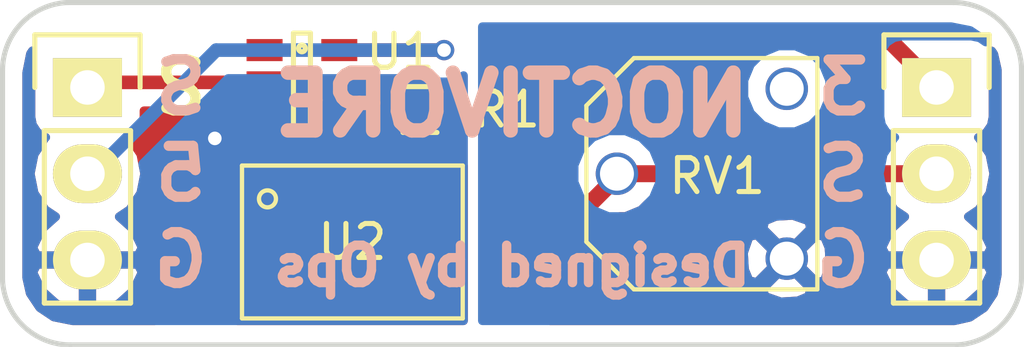
<source format=kicad_pcb>
(kicad_pcb (version 4) (host pcbnew 4.0.2+e4-6225~38~ubuntu15.04.1-stable)

  (general
    (links 10)
    (no_connects 2)
    (area 135.486905 95.775 169.941667 107.655001)
    (thickness 1.6)
    (drawings 17)
    (tracks 22)
    (zones 0)
    (modules 6)
    (nets 10)
  )

  (page A4)
  (title_block
    (date 2016-06-10)
  )

  (layers
    (0 F.Cu signal)
    (31 B.Cu signal)
    (32 B.Adhes user)
    (33 F.Adhes user)
    (34 B.Paste user)
    (35 F.Paste user)
    (36 B.SilkS user)
    (37 F.SilkS user)
    (38 B.Mask user)
    (39 F.Mask user)
    (40 Dwgs.User user)
    (41 Cmts.User user)
    (42 Eco1.User user)
    (43 Eco2.User user)
    (44 Edge.Cuts user)
    (45 Margin user)
    (46 B.CrtYd user)
    (47 F.CrtYd user)
    (48 B.Fab user)
    (49 F.Fab user)
  )

  (setup
    (last_trace_width 0.25)
    (trace_clearance 0.2)
    (zone_clearance 0.508)
    (zone_45_only no)
    (trace_min 0.2)
    (segment_width 0.2)
    (edge_width 0.15)
    (via_size 0.6)
    (via_drill 0.4)
    (via_min_size 0.4)
    (via_min_drill 0.3)
    (uvia_size 0.3)
    (uvia_drill 0.1)
    (uvias_allowed no)
    (uvia_min_size 0.2)
    (uvia_min_drill 0.1)
    (pcb_text_width 0.3)
    (pcb_text_size 1.5 1.5)
    (mod_edge_width 0.15)
    (mod_text_size 1 1)
    (mod_text_width 0.15)
    (pad_size 1.524 1.524)
    (pad_drill 0.762)
    (pad_to_mask_clearance 0.2)
    (aux_axis_origin 0 0)
    (visible_elements FFFFFF7F)
    (pcbplotparams
      (layerselection 0x00030_80000001)
      (usegerberextensions false)
      (excludeedgelayer true)
      (linewidth 0.100000)
      (plotframeref false)
      (viasonmask false)
      (mode 1)
      (useauxorigin false)
      (hpglpennumber 1)
      (hpglpenspeed 20)
      (hpglpendiameter 15)
      (hpglpenoverlay 2)
      (psnegative false)
      (psa4output false)
      (plotreference true)
      (plotvalue true)
      (plotinvisibletext false)
      (padsonsilk false)
      (subtractmaskfromsilk false)
      (outputformat 1)
      (mirror false)
      (drillshape 1)
      (scaleselection 1)
      (outputdirectory ""))
  )

  (net 0 "")
  (net 1 "Net-(P1-Pad1)")
  (net 2 +5V)
  (net 3 GND)
  (net 4 "Net-(R1-Pad1)")
  (net 5 "Net-(R1-Pad2)")
  (net 6 "Net-(RV1-Pad3)")
  (net 7 GNDD)
  (net 8 +3V3)
  (net 9 "Net-(P2-Pad2)")

  (net_class Default "This is the default net class."
    (clearance 0.2)
    (trace_width 0.25)
    (via_dia 0.6)
    (via_drill 0.4)
    (uvia_dia 0.3)
    (uvia_drill 0.1)
    (add_net +3V3)
    (add_net +5V)
    (add_net GND)
    (add_net GNDD)
    (add_net "Net-(P1-Pad1)")
    (add_net "Net-(P2-Pad2)")
    (add_net "Net-(R1-Pad1)")
    (add_net "Net-(R1-Pad2)")
    (add_net "Net-(RV1-Pad3)")
  )

  (module Pin_Headers:Pin_Header_Straight_1x03 (layer F.Cu) (tedit 575B8277) (tstamp 57590A61)
    (at 140 100)
    (descr "Through hole pin header")
    (tags "pin header")
    (path /575241E7)
    (fp_text reference P1 (at 0 -2.5) (layer F.SilkS) hide
      (effects (font (size 1 1) (thickness 0.15)))
    )
    (fp_text value RC_HEADER (at 0 -3.1) (layer F.Fab) hide
      (effects (font (size 1 1) (thickness 0.15)))
    )
    (fp_line (start -1.75 -1.75) (end -1.75 6.85) (layer F.CrtYd) (width 0.05))
    (fp_line (start 1.75 -1.75) (end 1.75 6.85) (layer F.CrtYd) (width 0.05))
    (fp_line (start -1.75 -1.75) (end 1.75 -1.75) (layer F.CrtYd) (width 0.05))
    (fp_line (start -1.75 6.85) (end 1.75 6.85) (layer F.CrtYd) (width 0.05))
    (fp_line (start -1.27 1.27) (end -1.27 6.35) (layer F.SilkS) (width 0.15))
    (fp_line (start -1.27 6.35) (end 1.27 6.35) (layer F.SilkS) (width 0.15))
    (fp_line (start 1.27 6.35) (end 1.27 1.27) (layer F.SilkS) (width 0.15))
    (fp_line (start 1.55 -1.55) (end 1.55 0) (layer F.SilkS) (width 0.15))
    (fp_line (start 1.27 1.27) (end -1.27 1.27) (layer F.SilkS) (width 0.15))
    (fp_line (start -1.55 0) (end -1.55 -1.55) (layer F.SilkS) (width 0.15))
    (fp_line (start -1.55 -1.55) (end 1.55 -1.55) (layer F.SilkS) (width 0.15))
    (pad 1 thru_hole rect (at 0 0) (size 2.032 1.7272) (drill 1.016) (layers *.Cu *.Mask F.SilkS)
      (net 1 "Net-(P1-Pad1)"))
    (pad 2 thru_hole oval (at 0 2.54) (size 2.032 1.7272) (drill 1.016) (layers *.Cu *.Mask F.SilkS)
      (net 2 +5V))
    (pad 3 thru_hole oval (at 0 5.08) (size 2.032 1.7272) (drill 1.016) (layers *.Cu *.Mask F.SilkS)
      (net 7 GNDD))
    (model Pin_Headers.3dshapes/Pin_Header_Straight_1x03.wrl
      (at (xyz 0 -0.1 0))
      (scale (xyz 1 1 1))
      (rotate (xyz 0 0 90))
    )
  )

  (module Resistors_SMD:R_0603 (layer F.Cu) (tedit 575B9238) (tstamp 57590A67)
    (at 149.79 100.65 180)
    (descr "Resistor SMD 0603, reflow soldering, Vishay (see dcrcw.pdf)")
    (tags "resistor 0603")
    (path /57523B4E)
    (attr smd)
    (fp_text reference R1 (at -2.55 0 180) (layer F.SilkS)
      (effects (font (size 1 1) (thickness 0.15)))
    )
    (fp_text value 220 (at 0 1.9 180) (layer F.Fab) hide
      (effects (font (size 1 1) (thickness 0.15)))
    )
    (fp_line (start -1.3 -0.8) (end 1.3 -0.8) (layer F.CrtYd) (width 0.05))
    (fp_line (start -1.3 0.8) (end 1.3 0.8) (layer F.CrtYd) (width 0.05))
    (fp_line (start -1.3 -0.8) (end -1.3 0.8) (layer F.CrtYd) (width 0.05))
    (fp_line (start 1.3 -0.8) (end 1.3 0.8) (layer F.CrtYd) (width 0.05))
    (fp_line (start 0.5 0.675) (end -0.5 0.675) (layer F.SilkS) (width 0.15))
    (fp_line (start -0.5 -0.675) (end 0.5 -0.675) (layer F.SilkS) (width 0.15))
    (pad 1 smd rect (at -0.75 0 180) (size 0.5 0.9) (layers F.Cu F.Paste F.Mask)
      (net 4 "Net-(R1-Pad1)"))
    (pad 2 smd rect (at 0.75 0 180) (size 0.5 0.9) (layers F.Cu F.Paste F.Mask)
      (net 5 "Net-(R1-Pad2)"))
    (model Resistors_SMD.3dshapes/R_0603.wrl
      (at (xyz 0 0 0))
      (scale (xyz 1 1 1))
      (rotate (xyz 0 0 0))
    )
  )

  (module pwm_isolator:3306F-1-103_Trim_Pot (layer F.Cu) (tedit 57590A01) (tstamp 57590A74)
    (at 160.59 102.54 90)
    (path /575899ED)
    (fp_text reference RV1 (at -0.07 -2.05 180) (layer F.SilkS)
      (effects (font (size 1 1) (thickness 0.15)))
    )
    (fp_text value 10K (at 0 -6.7 90) (layer F.Fab) hide
      (effects (font (size 1 1) (thickness 0.15)))
    )
    (fp_line (start -3.405 -4.5) (end -3.405 0.9) (layer F.SilkS) (width 0.127))
    (fp_line (start -2.005 -5.9) (end -3.405 -4.5) (layer F.SilkS) (width 0.127))
    (fp_line (start 2.005 -5.9) (end -2.005 -5.9) (layer F.SilkS) (width 0.127))
    (fp_line (start 3.405 -4.5) (end 2.005 -5.9) (layer F.SilkS) (width 0.127))
    (fp_line (start 3.405 0.9) (end 3.405 -4.5) (layer F.SilkS) (width 0.127))
    (fp_line (start -3.405 0.9) (end 3.405 0.9) (layer F.SilkS) (width 0.127))
    (pad 1 thru_hole circle (at -2.5 0 90) (size 1.25 1.25) (drill 1) (layers *.Cu *.Mask)
      (net 3 GND))
    (pad 3 thru_hole circle (at 2.5 0 90) (size 1.25 1.25) (drill 1) (layers *.Cu *.Mask)
      (net 6 "Net-(RV1-Pad3)"))
    (pad 2 thru_hole circle (at 0 -5 90) (size 1.25 1.25) (drill 1) (layers *.Cu *.Mask)
      (net 9 "Net-(P2-Pad2)"))
  )

  (module pwm_isolator:FOD817D3SD_Optocoupler (layer F.Cu) (tedit 57590A14) (tstamp 57590A8A)
    (at 147.8 104.55)
    (path /57524850)
    (fp_text reference U2 (at 0 0) (layer F.SilkS)
      (effects (font (size 1 1) (thickness 0.15)))
    )
    (fp_text value FOD817D3SD (at 0 -3.5) (layer F.Fab) hide
      (effects (font (size 1 1) (thickness 0.15)))
    )
    (fp_circle (center -2.5 -1.27) (end -2.25 -1.27) (layer F.SilkS) (width 0.127))
    (fp_line (start -3.25 2.25) (end -3.25 -2.25) (layer F.SilkS) (width 0.127))
    (fp_line (start 3.25 2.25) (end -3.25 2.25) (layer F.SilkS) (width 0.127))
    (fp_line (start 3.25 -2.25) (end 3.25 2.25) (layer F.SilkS) (width 0.127))
    (fp_line (start -3.25 -2.25) (end 3.25 -2.25) (layer F.SilkS) (width 0.127))
    (pad 1 smd rect (at -4.6 -1.27) (size 1.3 1.5) (layers F.Cu F.Paste F.Mask)
      (net 4 "Net-(R1-Pad1)"))
    (pad 4 smd rect (at 4.6 -1.27) (size 1.3 1.5) (layers F.Cu F.Paste F.Mask)
      (net 8 +3V3))
    (pad 2 smd rect (at -4.6 1.27) (size 1.3 1.5) (layers F.Cu F.Paste F.Mask)
      (net 7 GNDD))
    (pad 3 smd rect (at 4.6 1.27) (size 1.3 1.5) (layers F.Cu F.Paste F.Mask)
      (net 9 "Net-(P2-Pad2)"))
  )

  (module Pin_Headers:Pin_Header_Straight_1x03 (layer F.Cu) (tedit 575B82BC) (tstamp 575B8029)
    (at 165 100)
    (descr "Through hole pin header")
    (tags "pin header")
    (path /575B7FFD)
    (fp_text reference P2 (at 0 -2.5) (layer F.SilkS) hide
      (effects (font (size 1 1) (thickness 0.15)))
    )
    (fp_text value OUT_HEADER (at 0 -3.1) (layer F.Fab) hide
      (effects (font (size 1 1) (thickness 0.15)))
    )
    (fp_line (start -1.75 -1.75) (end -1.75 6.85) (layer F.CrtYd) (width 0.05))
    (fp_line (start 1.75 -1.75) (end 1.75 6.85) (layer F.CrtYd) (width 0.05))
    (fp_line (start -1.75 -1.75) (end 1.75 -1.75) (layer F.CrtYd) (width 0.05))
    (fp_line (start -1.75 6.85) (end 1.75 6.85) (layer F.CrtYd) (width 0.05))
    (fp_line (start -1.27 1.27) (end -1.27 6.35) (layer F.SilkS) (width 0.15))
    (fp_line (start -1.27 6.35) (end 1.27 6.35) (layer F.SilkS) (width 0.15))
    (fp_line (start 1.27 6.35) (end 1.27 1.27) (layer F.SilkS) (width 0.15))
    (fp_line (start 1.55 -1.55) (end 1.55 0) (layer F.SilkS) (width 0.15))
    (fp_line (start 1.27 1.27) (end -1.27 1.27) (layer F.SilkS) (width 0.15))
    (fp_line (start -1.55 0) (end -1.55 -1.55) (layer F.SilkS) (width 0.15))
    (fp_line (start -1.55 -1.55) (end 1.55 -1.55) (layer F.SilkS) (width 0.15))
    (pad 1 thru_hole rect (at 0 0) (size 2.032 1.7272) (drill 1.016) (layers *.Cu *.Mask F.SilkS)
      (net 8 +3V3))
    (pad 2 thru_hole oval (at 0 2.54) (size 2.032 1.7272) (drill 1.016) (layers *.Cu *.Mask F.SilkS)
      (net 9 "Net-(P2-Pad2)"))
    (pad 3 thru_hole oval (at 0 5.08) (size 2.032 1.7272) (drill 1.016) (layers *.Cu *.Mask F.SilkS)
      (net 3 GND))
    (model Pin_Headers.3dshapes/Pin_Header_Straight_1x03.wrl
      (at (xyz 0 -0.1 0))
      (scale (xyz 1 1 1))
      (rotate (xyz 0 0 90))
    )
  )

  (module pwm_isolator:SOT-23-5 (layer F.Cu) (tedit 575B8618) (tstamp 57590A7D)
    (at 146.315 99.85)
    (descr "5-pin SOT23 package")
    (tags SOT-23-5)
    (path /57524172)
    (attr smd)
    (fp_text reference U1 (at 2.9 -0.9) (layer F.SilkS)
      (effects (font (size 1 1) (thickness 0.15)))
    )
    (fp_text value SN74LVC1G34 (at -0.05 2.35) (layer F.Fab) hide
      (effects (font (size 1 1) (thickness 0.15)))
    )
    (fp_line (start -1.8 -1.6) (end 1.8 -1.6) (layer F.CrtYd) (width 0.05))
    (fp_line (start 1.8 -1.6) (end 1.8 1.6) (layer F.CrtYd) (width 0.05))
    (fp_line (start 1.8 1.6) (end -1.8 1.6) (layer F.CrtYd) (width 0.05))
    (fp_line (start -1.8 1.6) (end -1.8 -1.6) (layer F.CrtYd) (width 0.05))
    (fp_circle (center 0 -1) (end 0.1 -1) (layer F.SilkS) (width 0.15))
    (fp_line (start 0.25 -1.45) (end -0.25 -1.45) (layer F.SilkS) (width 0.15))
    (fp_line (start 0.25 1.45) (end 0.25 -1.45) (layer F.SilkS) (width 0.15))
    (fp_line (start -0.25 1.45) (end 0.25 1.45) (layer F.SilkS) (width 0.15))
    (fp_line (start -0.25 -1.45) (end -0.25 1.45) (layer F.SilkS) (width 0.15))
    (pad 1 smd rect (at -1.1 -0.95) (size 1.06 0.65) (layers F.Cu F.Paste F.Mask))
    (pad 2 smd rect (at -1.1 0) (size 1.06 0.65) (layers F.Cu F.Paste F.Mask)
      (net 1 "Net-(P1-Pad1)"))
    (pad 3 smd rect (at -1.1 0.95) (size 1.06 0.65) (layers F.Cu F.Paste F.Mask)
      (net 7 GNDD))
    (pad 4 smd rect (at 1.1 0.95) (size 1.06 0.65) (layers F.Cu F.Paste F.Mask)
      (net 5 "Net-(R1-Pad2)"))
    (pad 5 smd rect (at 1.1 -0.95) (size 1.06 0.65) (layers F.Cu F.Paste F.Mask)
      (net 2 +5V))
    (model TO_SOT_Packages_SMD.3dshapes/SOT-23-5.wrl
      (at (xyz 0 0 0))
      (scale (xyz 1 1 1))
      (rotate (xyz 0 0 0))
    )
  )

  (gr_text G (at 162.25 105.08) (layer B.SilkS) (tstamp 575B8308)
    (effects (font (size 1.5 1.5) (thickness 0.3)) (justify mirror))
  )
  (gr_text S (at 162.25 102.54) (layer B.SilkS) (tstamp 575B8306)
    (effects (font (size 1.5 1.5) (thickness 0.3)) (justify mirror))
  )
  (gr_text 3 (at 162.25 100) (layer B.SilkS)
    (effects (font (size 1.5 1.5) (thickness 0.3)) (justify mirror))
  )
  (gr_text G (at 142.75 105.08) (layer B.SilkS)
    (effects (font (size 1.5 1.5) (thickness 0.3)) (justify mirror))
  )
  (gr_text 5 (at 142.75 102.54) (layer B.SilkS)
    (effects (font (size 1.5 1.5) (thickness 0.3)) (justify mirror))
  )
  (gr_text S (at 142.75 99.99) (layer B.SilkS)
    (effects (font (size 1.5 1.5) (thickness 0.3)) (justify mirror))
  )
  (gr_text S (at 142.75 100) (layer F.SilkS)
    (effects (font (size 1.5 1.5) (thickness 0.3)))
  )
  (gr_text NOCTIVORE (at 152.5 100.5) (layer B.SilkS)
    (effects (font (size 1.7 1.7) (thickness 0.425)) (justify mirror))
  )
  (gr_text "Designed by Ops" (at 152.5 105.25) (layer B.SilkS)
    (effects (font (size 1.1 1.1) (thickness 0.275)) (justify mirror))
  )
  (gr_arc (start 165.502495 99.5) (end 165.502495 97.5) (angle 87.13759477) (layer Edge.Cuts) (width 0.15) (tstamp 575B81CD))
  (gr_arc (start 165.5 105.582495) (end 167.5 105.582495) (angle 87.13759477) (layer Edge.Cuts) (width 0.15) (tstamp 575B81CC))
  (gr_arc (start 139.497505 105.58) (end 139.497505 107.58) (angle 87.13759477) (layer Edge.Cuts) (width 0.15) (tstamp 575B81CB))
  (gr_arc (start 139.5 99.497505) (end 137.5 99.497505) (angle 87.13759477) (layer Edge.Cuts) (width 0.15))
  (gr_line (start 137.5 105.68) (end 137.5 99.5) (layer Edge.Cuts) (width 0.15))
  (gr_line (start 165.6 107.58) (end 139.5 107.58) (layer Edge.Cuts) (width 0.15))
  (gr_line (start 167.5 99.4) (end 167.5 105.58) (layer Edge.Cuts) (width 0.15))
  (gr_line (start 139.4 97.5) (end 165.5 97.5) (layer Edge.Cuts) (width 0.15))

  (segment (start 145.215 99.85) (end 140.15 99.85) (width 0.4) (layer F.Cu) (net 1))
  (segment (start 140.15 99.85) (end 140 100) (width 0.4) (layer F.Cu) (net 1))
  (segment (start 140 102.54) (end 140.1524 102.54) (width 0.25) (layer B.Cu) (net 2))
  (segment (start 140.1524 102.54) (end 143.7924 98.9) (width 0.4) (layer B.Cu) (net 2))
  (segment (start 150.5 98.9) (end 143.7924 98.9) (width 0.4) (layer B.Cu) (net 2))
  (segment (start 147.415 98.9) (end 150.5 98.9) (width 0.4) (layer F.Cu) (net 2))
  (via (at 150.5 98.9) (size 0.6) (drill 0.4) (layers F.Cu B.Cu) (net 2))
  (segment (start 143.2 103.28) (end 148.92 103.28) (width 0.4) (layer F.Cu) (net 4))
  (segment (start 148.92 103.28) (end 150.54 101.66) (width 0.4) (layer F.Cu) (net 4))
  (segment (start 150.54 101.66) (end 150.54 100.65) (width 0.4) (layer F.Cu) (net 4))
  (segment (start 147.415 100.8) (end 148.89 100.8) (width 0.4) (layer F.Cu) (net 5))
  (segment (start 148.89 100.8) (end 149.04 100.65) (width 0.4) (layer F.Cu) (net 5))
  (segment (start 145.215 100.8) (end 144.45 100.8) (width 0.4) (layer F.Cu) (net 7))
  (segment (start 144.45 100.8) (end 143.75 101.5) (width 0.4) (layer F.Cu) (net 7))
  (via (at 143.75 101.5) (size 0.6) (drill 0.4) (layers F.Cu B.Cu) (net 7))
  (segment (start 152.4 103.28) (end 152.4 101.95) (width 0.5) (layer F.Cu) (net 8))
  (segment (start 163.53 98.53) (end 165 100) (width 0.5) (layer F.Cu) (net 8))
  (segment (start 152.4 101.95) (end 155.82 98.53) (width 0.5) (layer F.Cu) (net 8))
  (segment (start 155.82 98.53) (end 163.53 98.53) (width 0.5) (layer F.Cu) (net 8))
  (segment (start 152.4 105.82) (end 155.59 102.63) (width 0.5) (layer F.Cu) (net 9))
  (segment (start 155.59 102.63) (end 155.59 102.54) (width 0.5) (layer F.Cu) (net 9))
  (segment (start 155.59 102.54) (end 165 102.54) (width 0.5) (layer F.Cu) (net 9))

  (zone (net 7) (net_name GNDD) (layer F.Cu) (tstamp 0) (hatch edge 0.508)
    (connect_pads (clearance 0.508))
    (min_thickness 0.254)
    (fill yes (arc_segments 16) (thermal_gap 0.508) (thermal_bridge_width 0.508))
    (polygon
      (pts
        (xy 137.5 97.5) (xy 151.2 97.5) (xy 151.2 107.58) (xy 137.5 107.58)
      )
    )
    (filled_polygon
      (pts
        (xy 138.33656 99.1364) (xy 138.33656 100.8636) (xy 138.380838 101.098917) (xy 138.51991 101.315041) (xy 138.73211 101.460031)
        (xy 138.773439 101.4684) (xy 138.755585 101.48033) (xy 138.430729 101.966511) (xy 138.316655 102.54) (xy 138.430729 103.113489)
        (xy 138.755585 103.59967) (xy 139.065069 103.806461) (xy 138.649268 104.177964) (xy 138.395291 104.705209) (xy 138.392642 104.720974)
        (xy 138.513783 104.953) (xy 139.873 104.953) (xy 139.873 104.933) (xy 140.127 104.933) (xy 140.127 104.953)
        (xy 141.486217 104.953) (xy 141.607358 104.720974) (xy 141.604709 104.705209) (xy 141.350732 104.177964) (xy 140.934931 103.806461)
        (xy 141.244415 103.59967) (xy 141.569271 103.113489) (xy 141.683345 102.54) (xy 141.569271 101.966511) (xy 141.244415 101.48033)
        (xy 141.230087 101.470757) (xy 141.251317 101.466762) (xy 141.467441 101.32769) (xy 141.612431 101.11549) (xy 141.618453 101.08575)
        (xy 144.05 101.08575) (xy 144.05 101.25131) (xy 144.146673 101.484699) (xy 144.325302 101.663327) (xy 144.558691 101.76)
        (xy 144.92925 101.76) (xy 145.088 101.60125) (xy 145.088 100.927) (xy 144.20875 100.927) (xy 144.05 101.08575)
        (xy 141.618453 101.08575) (xy 141.66344 100.8636) (xy 141.66344 100.685) (xy 144.306614 100.685) (xy 144.43311 100.771431)
        (xy 144.685 100.82244) (xy 145.362 100.82244) (xy 145.362 100.927) (xy 145.342 100.927) (xy 145.342 101.60125)
        (xy 145.50075 101.76) (xy 145.871309 101.76) (xy 146.104698 101.663327) (xy 146.283327 101.484699) (xy 146.314088 101.410435)
        (xy 146.42091 101.576441) (xy 146.63311 101.721431) (xy 146.885 101.77244) (xy 147.945 101.77244) (xy 148.180317 101.728162)
        (xy 148.325095 101.635) (xy 148.448203 101.635) (xy 148.53811 101.696431) (xy 148.79 101.74744) (xy 149.271692 101.74744)
        (xy 148.574132 102.445) (xy 144.481446 102.445) (xy 144.453162 102.294683) (xy 144.31409 102.078559) (xy 144.10189 101.933569)
        (xy 143.85 101.88256) (xy 142.55 101.88256) (xy 142.314683 101.926838) (xy 142.098559 102.06591) (xy 141.953569 102.27811)
        (xy 141.90256 102.53) (xy 141.90256 104.03) (xy 141.946838 104.265317) (xy 142.08591 104.481441) (xy 142.177769 104.544206)
        (xy 142.011673 104.710301) (xy 141.915 104.94369) (xy 141.915 105.53425) (xy 142.07375 105.693) (xy 143.073 105.693)
        (xy 143.073 105.673) (xy 143.327 105.673) (xy 143.327 105.693) (xy 144.32625 105.693) (xy 144.485 105.53425)
        (xy 144.485 104.94369) (xy 144.388327 104.710301) (xy 144.222751 104.544726) (xy 144.301441 104.49409) (xy 144.446431 104.28189)
        (xy 144.480227 104.115) (xy 148.92 104.115) (xy 149.239541 104.051439) (xy 149.510434 103.870434) (xy 151.073 102.307868)
        (xy 151.073 106.87) (xy 144.413055 106.87) (xy 144.485 106.69631) (xy 144.485 106.10575) (xy 144.32625 105.947)
        (xy 143.327 105.947) (xy 143.327 105.967) (xy 143.073 105.967) (xy 143.073 105.947) (xy 142.07375 105.947)
        (xy 141.915 106.10575) (xy 141.915 106.69631) (xy 141.986945 106.87) (xy 139.567436 106.87) (xy 139.009165 106.758953)
        (xy 138.595174 106.482333) (xy 138.313443 106.060693) (xy 138.21 105.600979) (xy 138.21 105.439026) (xy 138.392642 105.439026)
        (xy 138.395291 105.454791) (xy 138.649268 105.982036) (xy 139.08568 106.371954) (xy 139.638087 106.565184) (xy 139.873 106.420924)
        (xy 139.873 105.207) (xy 140.127 105.207) (xy 140.127 106.420924) (xy 140.361913 106.565184) (xy 140.91432 106.371954)
        (xy 141.350732 105.982036) (xy 141.604709 105.454791) (xy 141.607358 105.439026) (xy 141.486217 105.207) (xy 140.127 105.207)
        (xy 139.873 105.207) (xy 138.513783 105.207) (xy 138.392642 105.439026) (xy 138.21 105.439026) (xy 138.21 99.567436)
        (xy 138.321046 99.009167) (xy 138.380276 98.920522)
      )
    )
  )
  (zone (net 3) (net_name GND) (layer F.Cu) (tstamp 0) (hatch edge 0.508)
    (connect_pads (clearance 0.508))
    (min_thickness 0.254)
    (fill yes (arc_segments 16) (thermal_gap 0.508) (thermal_bridge_width 0.508))
    (polygon
      (pts
        (xy 167.5 97.5) (xy 151.5 97.5) (xy 151.5 107.58) (xy 167.5 107.58)
      )
    )
    (filled_polygon
      (pts
        (xy 166.686557 99.019306) (xy 166.79 99.479021) (xy 166.79 105.512564) (xy 166.678953 106.070835) (xy 166.402333 106.484826)
        (xy 165.980693 106.766557) (xy 165.520979 106.87) (xy 153.613559 106.87) (xy 153.646431 106.82189) (xy 153.69744 106.57)
        (xy 153.69744 105.920878) (xy 159.888727 105.920878) (xy 159.941325 106.14889) (xy 160.415056 106.312717) (xy 160.91542 106.282785)
        (xy 161.238675 106.14889) (xy 161.291273 105.920878) (xy 160.59 105.219605) (xy 159.888727 105.920878) (xy 153.69744 105.920878)
        (xy 153.69744 105.77414) (xy 154.606524 104.865056) (xy 159.317283 104.865056) (xy 159.347215 105.36542) (xy 159.48111 105.688675)
        (xy 159.709122 105.741273) (xy 160.410395 105.04) (xy 160.769605 105.04) (xy 161.470878 105.741273) (xy 161.69889 105.688675)
        (xy 161.785224 105.439026) (xy 163.392642 105.439026) (xy 163.395291 105.454791) (xy 163.649268 105.982036) (xy 164.08568 106.371954)
        (xy 164.638087 106.565184) (xy 164.873 106.420924) (xy 164.873 105.207) (xy 165.127 105.207) (xy 165.127 106.420924)
        (xy 165.361913 106.565184) (xy 165.91432 106.371954) (xy 166.350732 105.982036) (xy 166.604709 105.454791) (xy 166.607358 105.439026)
        (xy 166.486217 105.207) (xy 165.127 105.207) (xy 164.873 105.207) (xy 163.513783 105.207) (xy 163.392642 105.439026)
        (xy 161.785224 105.439026) (xy 161.862717 105.214944) (xy 161.832785 104.71458) (xy 161.69889 104.391325) (xy 161.470878 104.338727)
        (xy 160.769605 105.04) (xy 160.410395 105.04) (xy 159.709122 104.338727) (xy 159.48111 104.391325) (xy 159.317283 104.865056)
        (xy 154.606524 104.865056) (xy 155.312458 104.159122) (xy 159.888727 104.159122) (xy 160.59 104.860395) (xy 161.291273 104.159122)
        (xy 161.238675 103.93111) (xy 160.764944 103.767283) (xy 160.26458 103.797215) (xy 159.941325 103.93111) (xy 159.888727 104.159122)
        (xy 155.312458 104.159122) (xy 155.671508 103.800072) (xy 155.83953 103.800218) (xy 156.3028 103.608799) (xy 156.48692 103.425)
        (xy 163.638874 103.425) (xy 163.755585 103.59967) (xy 164.065069 103.806461) (xy 163.649268 104.177964) (xy 163.395291 104.705209)
        (xy 163.392642 104.720974) (xy 163.513783 104.953) (xy 164.873 104.953) (xy 164.873 104.933) (xy 165.127 104.933)
        (xy 165.127 104.953) (xy 166.486217 104.953) (xy 166.607358 104.720974) (xy 166.604709 104.705209) (xy 166.350732 104.177964)
        (xy 165.934931 103.806461) (xy 166.244415 103.59967) (xy 166.569271 103.113489) (xy 166.683345 102.54) (xy 166.569271 101.966511)
        (xy 166.244415 101.48033) (xy 166.230087 101.470757) (xy 166.251317 101.466762) (xy 166.467441 101.32769) (xy 166.612431 101.11549)
        (xy 166.66344 100.8636) (xy 166.66344 99.1364) (xy 166.623709 98.925247)
      )
    )
  )
  (zone (net 7) (net_name GNDD) (layer B.Cu) (tstamp 575B8C91) (hatch edge 0.508)
    (connect_pads (clearance 0.508))
    (min_thickness 0.254)
    (fill yes (arc_segments 16) (thermal_gap 0.508) (thermal_bridge_width 0.508))
    (polygon
      (pts
        (xy 137.5 97.5) (xy 151.2 97.5) (xy 151.2 107.58) (xy 137.5 107.58)
      )
    )
    (filled_polygon
      (pts
        (xy 138.33656 99.1364) (xy 138.33656 100.8636) (xy 138.380838 101.098917) (xy 138.51991 101.315041) (xy 138.73211 101.460031)
        (xy 138.773439 101.4684) (xy 138.755585 101.48033) (xy 138.430729 101.966511) (xy 138.316655 102.54) (xy 138.430729 103.113489)
        (xy 138.755585 103.59967) (xy 139.065069 103.806461) (xy 138.649268 104.177964) (xy 138.395291 104.705209) (xy 138.392642 104.720974)
        (xy 138.513783 104.953) (xy 139.873 104.953) (xy 139.873 104.933) (xy 140.127 104.933) (xy 140.127 104.953)
        (xy 141.486217 104.953) (xy 141.607358 104.720974) (xy 141.604709 104.705209) (xy 141.350732 104.177964) (xy 140.934931 103.806461)
        (xy 141.244415 103.59967) (xy 141.569271 103.113489) (xy 141.683345 102.54) (xy 141.625264 102.248004) (xy 144.138268 99.735)
        (xy 150.072766 99.735) (xy 150.313201 99.834838) (xy 150.685167 99.835162) (xy 151.028943 99.693117) (xy 151.073 99.649137)
        (xy 151.073 106.87) (xy 139.567436 106.87) (xy 139.009165 106.758953) (xy 138.595174 106.482333) (xy 138.313443 106.060693)
        (xy 138.21 105.600979) (xy 138.21 105.439026) (xy 138.392642 105.439026) (xy 138.395291 105.454791) (xy 138.649268 105.982036)
        (xy 139.08568 106.371954) (xy 139.638087 106.565184) (xy 139.873 106.420924) (xy 139.873 105.207) (xy 140.127 105.207)
        (xy 140.127 106.420924) (xy 140.361913 106.565184) (xy 140.91432 106.371954) (xy 141.350732 105.982036) (xy 141.604709 105.454791)
        (xy 141.607358 105.439026) (xy 141.486217 105.207) (xy 140.127 105.207) (xy 139.873 105.207) (xy 138.513783 105.207)
        (xy 138.392642 105.439026) (xy 138.21 105.439026) (xy 138.21 99.567436) (xy 138.321046 99.009167) (xy 138.380276 98.920522)
      )
    )
  )
  (zone (net 3) (net_name GND) (layer B.Cu) (tstamp 575B8CA1) (hatch edge 0.508)
    (connect_pads (clearance 0.508))
    (min_thickness 0.254)
    (fill yes (arc_segments 16) (thermal_gap 0.508) (thermal_bridge_width 0.508))
    (polygon
      (pts
        (xy 167.5 97.5) (xy 151.5 97.5) (xy 151.5 107.58) (xy 167.5 107.58)
      )
    )
    (filled_polygon
      (pts
        (xy 165.990833 98.321046) (xy 166.404828 98.597669) (xy 166.448926 98.663665) (xy 166.26789 98.539969) (xy 166.016 98.48896)
        (xy 163.984 98.48896) (xy 163.748683 98.533238) (xy 163.532559 98.67231) (xy 163.387569 98.88451) (xy 163.33656 99.1364)
        (xy 163.33656 100.8636) (xy 163.380838 101.098917) (xy 163.51991 101.315041) (xy 163.73211 101.460031) (xy 163.773439 101.4684)
        (xy 163.755585 101.48033) (xy 163.430729 101.966511) (xy 163.316655 102.54) (xy 163.430729 103.113489) (xy 163.755585 103.59967)
        (xy 164.065069 103.806461) (xy 163.649268 104.177964) (xy 163.395291 104.705209) (xy 163.392642 104.720974) (xy 163.513783 104.953)
        (xy 164.873 104.953) (xy 164.873 104.933) (xy 165.127 104.933) (xy 165.127 104.953) (xy 166.486217 104.953)
        (xy 166.607358 104.720974) (xy 166.604709 104.705209) (xy 166.350732 104.177964) (xy 165.934931 103.806461) (xy 166.244415 103.59967)
        (xy 166.569271 103.113489) (xy 166.683345 102.54) (xy 166.569271 101.966511) (xy 166.244415 101.48033) (xy 166.230087 101.470757)
        (xy 166.251317 101.466762) (xy 166.467441 101.32769) (xy 166.612431 101.11549) (xy 166.66344 100.8636) (xy 166.66344 99.1364)
        (xy 166.623709 98.925247) (xy 166.686557 99.019306) (xy 166.79 99.479021) (xy 166.79 105.512564) (xy 166.678953 106.070835)
        (xy 166.402333 106.484826) (xy 165.980693 106.766557) (xy 165.520979 106.87) (xy 151.627 106.87) (xy 151.627 105.920878)
        (xy 159.888727 105.920878) (xy 159.941325 106.14889) (xy 160.415056 106.312717) (xy 160.91542 106.282785) (xy 161.238675 106.14889)
        (xy 161.291273 105.920878) (xy 160.59 105.219605) (xy 159.888727 105.920878) (xy 151.627 105.920878) (xy 151.627 104.865056)
        (xy 159.317283 104.865056) (xy 159.347215 105.36542) (xy 159.48111 105.688675) (xy 159.709122 105.741273) (xy 160.410395 105.04)
        (xy 160.769605 105.04) (xy 161.470878 105.741273) (xy 161.69889 105.688675) (xy 161.785224 105.439026) (xy 163.392642 105.439026)
        (xy 163.395291 105.454791) (xy 163.649268 105.982036) (xy 164.08568 106.371954) (xy 164.638087 106.565184) (xy 164.873 106.420924)
        (xy 164.873 105.207) (xy 165.127 105.207) (xy 165.127 106.420924) (xy 165.361913 106.565184) (xy 165.91432 106.371954)
        (xy 166.350732 105.982036) (xy 166.604709 105.454791) (xy 166.607358 105.439026) (xy 166.486217 105.207) (xy 165.127 105.207)
        (xy 164.873 105.207) (xy 163.513783 105.207) (xy 163.392642 105.439026) (xy 161.785224 105.439026) (xy 161.862717 105.214944)
        (xy 161.832785 104.71458) (xy 161.69889 104.391325) (xy 161.470878 104.338727) (xy 160.769605 105.04) (xy 160.410395 105.04)
        (xy 159.709122 104.338727) (xy 159.48111 104.391325) (xy 159.317283 104.865056) (xy 151.627 104.865056) (xy 151.627 104.159122)
        (xy 159.888727 104.159122) (xy 160.59 104.860395) (xy 161.291273 104.159122) (xy 161.238675 103.93111) (xy 160.764944 103.767283)
        (xy 160.26458 103.797215) (xy 159.941325 103.93111) (xy 159.888727 104.159122) (xy 151.627 104.159122) (xy 151.627 102.78953)
        (xy 154.329782 102.78953) (xy 154.521201 103.2528) (xy 154.875335 103.607553) (xy 155.338271 103.799781) (xy 155.83953 103.800218)
        (xy 156.3028 103.608799) (xy 156.657553 103.254665) (xy 156.849781 102.791729) (xy 156.850218 102.29047) (xy 156.658799 101.8272)
        (xy 156.304665 101.472447) (xy 155.841729 101.280219) (xy 155.34047 101.279782) (xy 154.8772 101.471201) (xy 154.522447 101.825335)
        (xy 154.330219 102.288271) (xy 154.329782 102.78953) (xy 151.627 102.78953) (xy 151.627 100.28953) (xy 159.329782 100.28953)
        (xy 159.521201 100.7528) (xy 159.875335 101.107553) (xy 160.338271 101.299781) (xy 160.83953 101.300218) (xy 161.3028 101.108799)
        (xy 161.657553 100.754665) (xy 161.849781 100.291729) (xy 161.850218 99.79047) (xy 161.658799 99.3272) (xy 161.304665 98.972447)
        (xy 160.841729 98.780219) (xy 160.34047 98.779782) (xy 159.8772 98.971201) (xy 159.522447 99.325335) (xy 159.330219 99.788271)
        (xy 159.329782 100.28953) (xy 151.627 100.28953) (xy 151.627 98.21) (xy 165.432564 98.21)
      )
    )
  )
)

</source>
